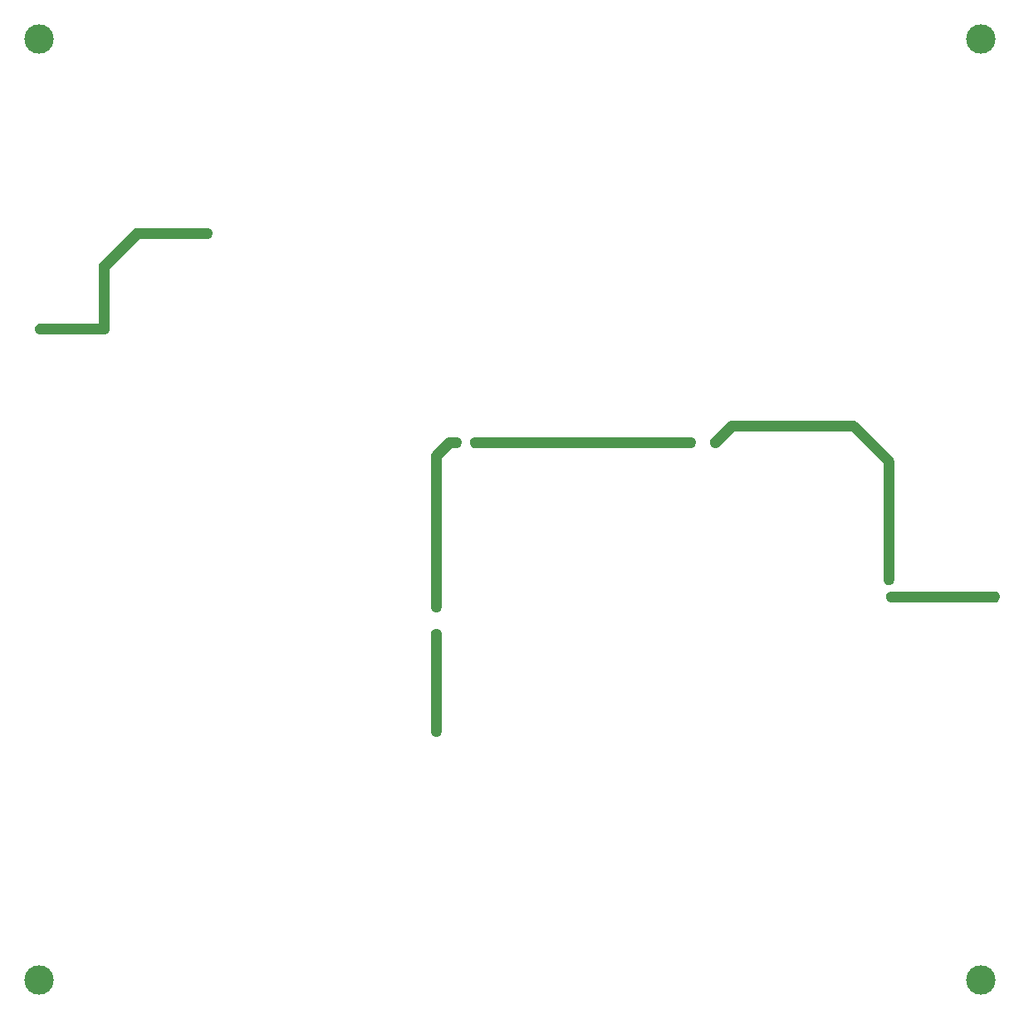
<source format=gbr>
G04 Layer_Color=0*
%FSLAX25Y25*%
%MOIN*%
%TF.FileFunction,NonPlated,1,2,NPTH,Drill*%
%TF.Part,Single*%
G01*
G75*
%TA.AperFunction,OtherDrill,Pad Free-4 (76mil,3582.528mil)*%
%ADD95C,0.11811*%
%TA.AperFunction,OtherDrill,Pad Free-4 (3855.526mil,3582.528mil)*%
%ADD96C,0.11811*%
%TA.AperFunction,OtherDrill,Pad Free-4 (3855.526mil,-197mil)*%
%ADD97C,0.11811*%
%TA.AperFunction,OtherDrill,Pad Free-4 (76mil,-197mil)*%
%ADD98C,0.11811*%
G36*
X280632Y194768D02*
X280327Y194463D01*
X279531Y194133D01*
X278669Y194133D01*
X277873Y194463D01*
X277263Y195073D01*
X276933Y195869D01*
X276933Y196731D01*
X277263Y197527D01*
X277568Y197832D01*
Y197832D01*
X284068Y204332D01*
X284219Y204483D01*
X284573Y204721D01*
X284968Y204884D01*
X285386Y204967D01*
X285600Y204967D01*
X285600Y204967D01*
X334600Y204967D01*
X334814Y204967D01*
X335234Y204883D01*
X335629Y204719D01*
X335985Y204480D01*
X336136Y204328D01*
X336136Y204328D01*
X350132Y190332D01*
X350283Y190181D01*
X350521Y189827D01*
X350684Y189432D01*
X350767Y189013D01*
X350767Y188800D01*
X350767Y188800D01*
Y141300D01*
Y140869D01*
X350437Y140073D01*
X349827Y139463D01*
X349031Y139133D01*
X348169D01*
X347373Y139463D01*
X346763Y140073D01*
X346433Y140869D01*
Y141300D01*
D01*
Y187902D01*
X333702Y200633D01*
X286497D01*
X280632Y194768D01*
D02*
G37*
G36*
X182600Y194133D02*
X182169D01*
X181373Y194463D01*
X180763Y195073D01*
X180433Y195869D01*
Y196731D01*
X180763Y197527D01*
X181373Y198137D01*
X182169Y198467D01*
X182600D01*
D01*
X269100D01*
X269531D01*
X270327Y198137D01*
X270937Y197527D01*
X271267Y196731D01*
Y196300D01*
Y195869D01*
X270937Y195073D01*
X270327Y194463D01*
X269531Y194133D01*
X269100D01*
D01*
X182600D01*
D02*
G37*
G36*
X164933Y80300D02*
Y79869D01*
X165263Y79073D01*
X165873Y78463D01*
X166669Y78133D01*
X167531D01*
X168327Y78463D01*
X168937Y79073D01*
X169267Y79869D01*
Y80300D01*
D01*
Y119300D01*
Y119731D01*
X168937Y120527D01*
X168327Y121137D01*
X167531Y121467D01*
X166669D01*
X165873Y121137D01*
X165263Y120527D01*
X164933Y119731D01*
Y119300D01*
D01*
Y80300D01*
D02*
G37*
G36*
X349827Y132133D02*
X349396D01*
X348600Y132463D01*
X347990Y133073D01*
X347661Y133869D01*
Y134731D01*
X347990Y135527D01*
X348600Y136137D01*
X349396Y136467D01*
X349827D01*
D01*
X391900Y136467D01*
X392194Y136310D01*
X392678Y135849D01*
X393021Y135277D01*
X393199Y134634D01*
X393199Y133966D01*
X393021Y133323D01*
X392678Y132751D01*
X392194Y132290D01*
X391900Y132133D01*
X391900Y132133D01*
X349827Y132133D01*
D02*
G37*
G36*
X8100Y239633D02*
X7669D01*
X6873Y239963D01*
X6263Y240573D01*
X5933Y241369D01*
Y242231D01*
X6263Y243027D01*
X6873Y243637D01*
X7669Y243967D01*
X8100D01*
D01*
X31433D01*
Y266800D01*
X31433Y267014D01*
X31517Y267434D01*
X31681Y267829D01*
X31920Y268185D01*
X32071Y268336D01*
X32071Y268336D01*
X45568Y281832D01*
X45719Y281983D01*
X46073Y282221D01*
X46468Y282384D01*
X46887Y282467D01*
X47100Y282467D01*
X47100Y282467D01*
X75100Y282467D01*
X75531Y282467D01*
X76327Y282137D01*
X76937Y281527D01*
X77267Y280731D01*
X77267Y280300D01*
X77267Y279869D01*
X76937Y279073D01*
X76327Y278463D01*
X75531Y278133D01*
X75100Y278133D01*
X75100D01*
X47997D01*
X35767Y265902D01*
X35767Y241800D01*
X35767Y241369D01*
X35437Y240573D01*
X34827Y239963D01*
X34031Y239633D01*
X33600Y239633D01*
X33600D01*
X8100D01*
D02*
G37*
G36*
X164933Y130300D02*
Y190800D01*
Y191014D01*
X165017Y191434D01*
X165181Y191829D01*
X165420Y192185D01*
X165571Y192336D01*
D01*
X165568Y192332D01*
X171068Y197832D01*
X171064Y197828D01*
X171215Y197980D01*
X171571Y198219D01*
X171966Y198383D01*
X172386Y198467D01*
X172600D01*
D01*
X175100D01*
X175531D01*
X176327Y198137D01*
X176937Y197527D01*
X177267Y196731D01*
Y196300D01*
Y195869D01*
X176937Y195073D01*
X176327Y194463D01*
X175531Y194133D01*
X175100D01*
D01*
X173497D01*
X169267Y189902D01*
Y130300D01*
Y129869D01*
X168937Y129073D01*
X168327Y128463D01*
X167531Y128133D01*
X166669D01*
X165873Y128463D01*
X165263Y129073D01*
X164933Y129869D01*
Y130300D01*
D01*
D02*
G37*
D95*
X7600Y358253D02*
D03*
D96*
X385553D02*
D03*
D97*
Y-19700D02*
D03*
D98*
X7600D02*
D03*
%TF.MD5,9cf9fd75ef7814afcc48e6da648af281*%
M02*

</source>
